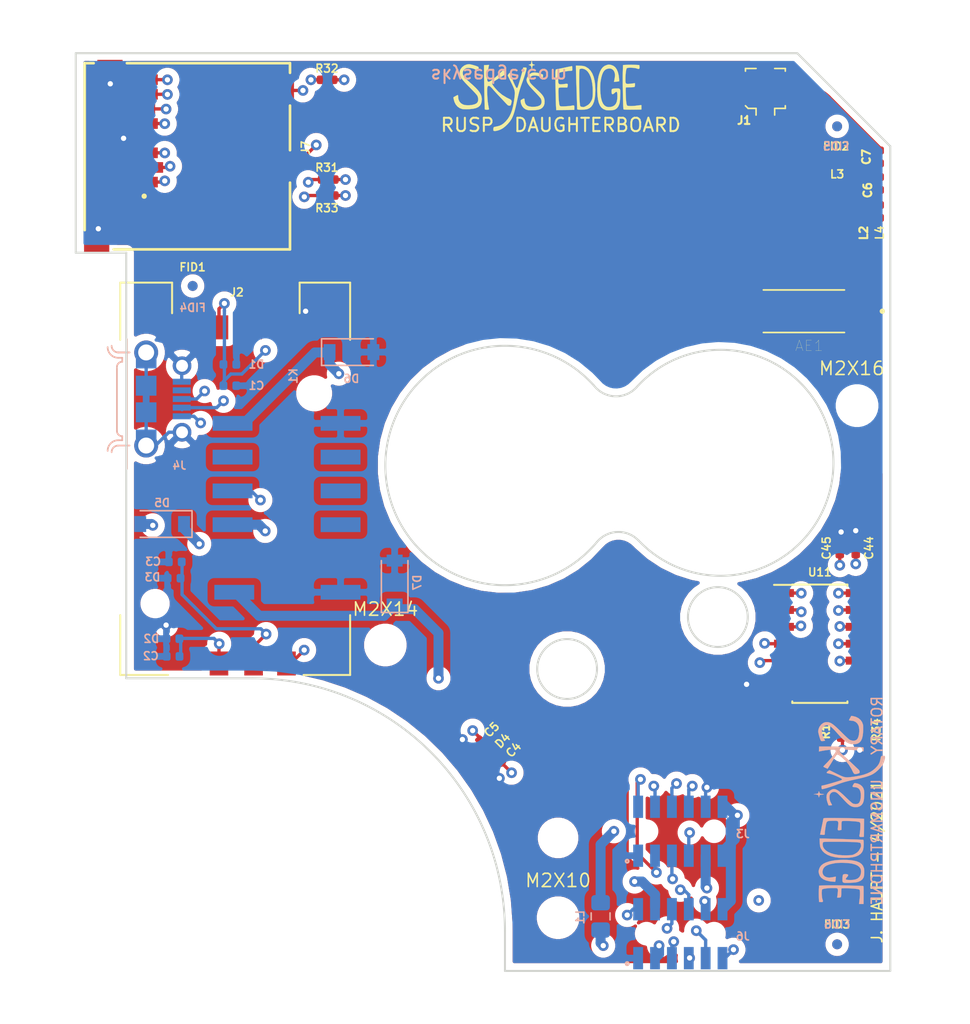
<source format=kicad_pcb>
(kicad_pcb (version 20171130) (host pcbnew 5.1.6+dfsg1-1~bpo10+1)
  (layers (0 1_GNDA.Cu signal) (1 2_3v3.Cu signal) (2 3_3V8.Cu signal) (31 4_GND.Cu signal) (34 B.Paste user) (35 F.Paste user) (36 B.SilkS user) (37 F.SilkS user) (38 B.Mask user) (39 F.Mask user hide) (44 Edge.Cuts user))
  (net 0 "")
  (net 1 GND)
  (net 2 "Net-(D5-Pad2)")
  (net 3 /MISO)
  (net 4 /MOSI)
  (net 5 +3V8)
  (net 6 +3V3)
  (net 7 "/SD CARD/SCK_3V3")
  (net 8 "/SD CARD/DO_3V3")
  (net 9 /SD_CD)
  (net 10 "/SD CARD/DI_3V3")
  (net 11 "/SD CARD/CS_3V3")
  (net 12 /SD_CS)
  (net 13 /SIM_IO)
  (net 14 /SIM_CLK)
  (net 15 /SIM_RST)
  (net 16 /VSIM)
  (net 17 /LL_OE)
  (net 18 "Net-(D5-Pad1)")
  (net 19 /CELL_USB_D+)
  (net 20 /CELL_USB_D-)
  (net 21 VBUS)
  (net 22 "Net-(J7-Pad1)")
  (net 23 "Net-(J7-Pad8)")
  (net 24 /POWSW4)
  (net 25 /RELAYOFF)
  (net 26 +BATT)
  (net 27 "Net-(AE1-Pad1)")
  (net 28 GNDA)
  (net 29 "Net-(C6-Pad2)")
  (net 30 /SCK)
  (net 31 "Net-(R1-Pad2)")
  (net 32 "Net-(C6-Pad1)")
  (net 33 "Net-(C7-Pad2)")
  (module Resistor_SMD:R_0402_1005Metric (layer 1_GNDA.Cu) (at 175.3 120 90)
    (fp_text reference R1 (at 0 -1.17 90) (layer F.SilkS) (effects (font (size 0.6 0.6))))
    (fp_text value 2k)
    (pad 2 smd roundrect (at 0.485 0 90) (size 0.59 0.64) (layers 1_GNDA.Cu F.Paste F.Mask) (net 31 "Net-(R1-Pad2)"))
    (pad 1 smd roundrect (at -0.485 0 90) (size 0.59 0.64) (layers 1_GNDA.Cu F.Paste F.Mask) (net 17 /LL_OE))
  )
  (module Inductor_SMD:L_0402_1005Metric (layer 1_GNDA.Cu) (at 177 80.915 270)
    (fp_text reference L2 (at 1.6 0 90) (layer F.SilkS) (effects (font (size 0.6 0.6))))
    (fp_text value 7.5nH)
    (pad 2 smd roundrect (at 0.485 0 270) (size 0.59 0.64) (layers 1_GNDA.Cu F.Paste F.Mask) (net 28 GNDA))
    (pad 1 smd roundrect (at -0.485 0 270) (size 0.59 0.64) (layers 1_GNDA.Cu F.Paste F.Mask) (net 32 "Net-(C6-Pad1)"))
  )
  (module Connector_Coaxial:U.FL_Molex_MCRF_73412-0110_Vertical (layer 1_GNDA.Cu) (at 169.6 71.65)
    (fp_text reference J1 (at -1.6 2.4) (layer F.SilkS) (effects (font (size 0.6 0.6))))
    (fp_text value Conn_Coaxial)
    (pad 1 smd rect (at 0 1.5) (size 1 1) (layers 1_GNDA.Cu F.Paste F.Mask) (net 28 GNDA))
    (pad 2 smd rect (at 0 -1.5) (size 1 1) (layers 1_GNDA.Cu F.Paste F.Mask) (net 33 "Net-(C7-Pad2)"))
    (pad 2 smd rect (at 1.475 0) (size 1.05 2.2) (layers 1_GNDA.Cu F.Paste F.Mask) (net 33 "Net-(C7-Pad2)"))
    (pad 2 smd rect (at -1.475 0) (size 1.05 2.2) (layers 1_GNDA.Cu F.Paste F.Mask) (net 33 "Net-(C7-Pad2)"))
  )
  (module Capacitor_SMD:C_0402_1005Metric (layer 1_GNDA.Cu) (at 178.2 76.8 90)
    (fp_text reference C7 (at 0 -1 90) (layer F.SilkS) (effects (font (size 0.6 0.6))))
    (fp_text value .5pF)
    (pad 2 smd roundrect (at 0.485 0 90) (size 0.59 0.64) (layers 1_GNDA.Cu F.Paste F.Mask) (net 33 "Net-(C7-Pad2)"))
    (pad 1 smd roundrect (at -0.485 0 90) (size 0.59 0.64) (layers 1_GNDA.Cu F.Paste F.Mask) (net 29 "Net-(C6-Pad2)"))
  )
  (module Capacitor_SMD:C_0402_1005Metric (layer 1_GNDA.Cu) (at 178.2 78.8 90)
    (fp_text reference C6 (at -0.5 -0.9 90) (layer F.SilkS) (effects (font (size 0.6 0.6))))
    (fp_text value 2.7pF)
    (pad 2 smd roundrect (at 0.485 0 90) (size 0.59 0.64) (layers 1_GNDA.Cu F.Paste F.Mask) (net 29 "Net-(C6-Pad2)"))
    (pad 1 smd roundrect (at -0.485 0 90) (size 0.59 0.64) (layers 1_GNDA.Cu F.Paste F.Mask) (net 32 "Net-(C6-Pad1)"))
  )
  (module MyFootprints:XCVR_NN02-232 (layer 1_GNDA.Cu) (at 172.5 88.4 180)
    (fp_text reference AE1 (at -0.4 -2.6) (layer F.SilkS) (effects (font (size 0.8 0.8) (thickness 0.015))))
    (fp_text value Antenna_Chip)
    (pad 2 smd rect (at 4.25 0 180) (size 1.7 3.2) (layers 1_GNDA.Cu F.Paste F.Mask) (net 28 GNDA))
    (pad 1 smd rect (at -4.25 0 180) (size 1.7 3.2) (layers 1_GNDA.Cu F.Paste F.Mask) (net 27 "Net-(AE1-Pad1)"))
  )
  (module MyFootprints:AMPHENOL_MicroUSB_10118194-0001LF (layer 4_GND.Cu) (at 123 95 90)
    (fp_text reference J4 (at -5 2.5) (layer B.SilkS) (effects (font (size 0.6 0.6) (thickness 0.12)) (justify mirror)))
    (fp_text value USB_B_Micro hide)
    (pad 1 smd rect (at -1.3 2.675 270) (size 0.45 1.35) (layers 4_GND.Cu B.Paste B.Mask) (net 2 "Net-(D5-Pad2)"))
    (pad 2 smd rect (at -0.65 2.675 270) (size 0.45 1.35) (layers 4_GND.Cu B.Paste B.Mask) (net 19 /CELL_USB_D+))
    (pad 3 smd rect (at 0 2.675 270) (size 0.45 1.35) (layers 4_GND.Cu B.Paste B.Mask) (net 20 /CELL_USB_D-))
    (pad 4 smd rect (at 0.65 2.675 270) (size 0.45 1.35) (layers 4_GND.Cu B.Paste B.Mask))
    (pad 5 smd rect (at 1.3 2.675 270) (size 0.45 1.35) (layers 4_GND.Cu B.Paste B.Mask) (net 1 GND))
    (pad 6 thru_hole circle (at -2.5 2.7 90) (size 1.408 1.408) (drill 0.9) (layers *.Cu *.Mask) (net 1 GND))
    (pad 6 thru_hole circle (at 2.5 2.7 90) (size 1.408 1.408) (drill 0.9) (layers *.Cu *.Mask) (net 1 GND))
    (pad 6 thru_hole circle (at -3.5 0 90) (size 1.8 1.8) (drill 1.2) (layers *.Cu *.Mask) (net 1 GND))
    (pad 6 thru_hole circle (at 3.5 0 90) (size 1.8 1.8) (drill 1.2) (layers *.Cu *.Mask) (net 1 GND))
    (pad 6 smd rect (at -1 0 90) (size 1.5 1.55) (layers 4_GND.Cu B.Paste B.Mask) (net 1 GND))
    (pad 6 smd rect (at 1 0 90) (size 1.5 1.55) (layers 4_GND.Cu B.Paste B.Mask) (net 1 GND))
    (pad 6 smd rect (at -3.05 0 90) (size 1.5 1.55) (layers 4_GND.Cu B.Paste B.Mask) (net 1 GND))
    (pad 6 smd rect (at 3.05 0 90) (size 1.5 1.55) (layers 4_GND.Cu B.Paste B.Mask) (net 1 GND))
  )
  (module Resistor_SMD:R_0402_1005Metric (layer 4_GND.Cu) (at 129.3 94)
    (fp_text reference C1 (at 2 0) (layer B.SilkS) (effects (font (size 0.6 0.6) (thickness 0.12)) (justify mirror)))
    (fp_text value 47pF/50V)
    (pad 2 smd roundrect (at 0.485 0) (size 0.59 0.64) (layers 4_GND.Cu B.Paste B.Mask) (net 1 GND))
    (pad 1 smd roundrect (at -0.485 0) (size 0.59 0.64) (layers 4_GND.Cu B.Paste B.Mask) (net 13 /SIM_IO))
  )
  (module Resistor_SMD:R_0402_1005Metric (layer 4_GND.Cu) (at 125.025 114.35 180)
    (fp_text reference C2 (at 1.675 0.025) (layer B.SilkS) (effects (font (size 0.6 0.6) (thickness 0.12)) (justify mirror)))
    (fp_text value 47pF/50V)
    (pad 2 smd roundrect (at 0.485 0 180) (size 0.59 0.64) (layers 4_GND.Cu B.Paste B.Mask) (net 1 GND))
    (pad 1 smd roundrect (at -0.485 0 180) (size 0.59 0.64) (layers 4_GND.Cu B.Paste B.Mask) (net 14 /SIM_CLK))
  )
  (module Resistor_SMD:R_0402_1005Metric (layer 4_GND.Cu) (at 125.19 107.25 180)
    (fp_text reference C3 (at 1.665 0.025) (layer B.SilkS) (effects (font (size 0.6 0.6) (thickness 0.12)) (justify mirror)))
    (fp_text value 47pF/50V)
    (pad 1 smd roundrect (at -0.485 0 180) (size 0.59 0.64) (layers 4_GND.Cu B.Paste B.Mask) (net 15 /SIM_RST))
    (pad 2 smd roundrect (at 0.485 0 180) (size 0.59 0.64) (layers 4_GND.Cu B.Paste B.Mask) (net 1 GND))
  )
  (module Resistor_SMD:R_0402_1005Metric (layer 1_GNDA.Cu) (at 149.38 122.63 225)
    (fp_text reference C4 (at -1.781909 -0.014142 45) (layer F.SilkS) (effects (font (size 0.6 0.6) (thickness 0.12))))
    (fp_text value 47pF/50V)
    (pad 2 smd roundrect (at 0.485 0 225) (size 0.59 0.64) (layers 1_GNDA.Cu F.Paste F.Mask) (net 1 GND))
    (pad 1 smd roundrect (at -0.485 0 225) (size 0.59 0.64) (layers 1_GNDA.Cu F.Paste F.Mask) (net 16 /VSIM))
  )
  (module Resistor_SMD:R_0402_1005Metric (layer 1_GNDA.Cu) (at 147.78 121 225)
    (fp_text reference C5 (at -1.668772 -0.070711 45) (layer F.SilkS) (effects (font (size 0.6 0.6) (thickness 0.12))))
    (fp_text value 100nF/16V)
    (pad 1 smd roundrect (at -0.485 0 225) (size 0.59 0.64) (layers 1_GNDA.Cu F.Paste F.Mask) (net 16 /VSIM))
    (pad 2 smd roundrect (at 0.485 0 225) (size 0.59 0.64) (layers 1_GNDA.Cu F.Paste F.Mask) (net 1 GND))
  )
  (module Capacitor_SMD:C_0402_1005Metric (layer 1_GNDA.Cu) (at 176.4 106.2 90)
    (fp_text reference C44 (at 0 1 90) (layer F.SilkS) (effects (font (size 0.6 0.6) (thickness 0.12))))
    (fp_text value .1uF)
    (pad 2 smd roundrect (at 0.485 0 90) (size 0.59 0.64) (layers 1_GNDA.Cu F.Paste F.Mask) (net 1 GND))
    (pad 1 smd roundrect (at -0.485 0 90) (size 0.59 0.64) (layers 1_GNDA.Cu F.Paste F.Mask) (net 5 +3V8))
  )
  (module Capacitor_SMD:C_0402_1005Metric (layer 1_GNDA.Cu) (at 175.2 106.2 90)
    (fp_text reference C45 (at 0 -1 90) (layer F.SilkS) (effects (font (size 0.6 0.6) (thickness 0.12))))
    (fp_text value .1uF)
    (pad 1 smd roundrect (at -0.485 0 90) (size 0.59 0.64) (layers 1_GNDA.Cu F.Paste F.Mask) (net 6 +3V3))
    (pad 2 smd roundrect (at 0.485 0 90) (size 0.59 0.64) (layers 1_GNDA.Cu F.Paste F.Mask) (net 1 GND))
  )
  (module Resistor_SMD:R_0402_1005Metric (layer 4_GND.Cu) (at 129.3 92.4)
    (fp_text reference D1 (at 2 0) (layer B.SilkS) (effects (font (size 0.6 0.6) (thickness 0.12)) (justify mirror)))
    (fp_text value D_TVS)
    (pad 2 smd roundrect (at 0.485 0) (size 0.59 0.64) (layers 4_GND.Cu B.Paste B.Mask) (net 1 GND))
    (pad 1 smd roundrect (at -0.485 0) (size 0.59 0.64) (layers 4_GND.Cu B.Paste B.Mask) (net 13 /SIM_IO))
  )
  (module Resistor_SMD:R_0402_1005Metric (layer 4_GND.Cu) (at 125.015 113.025 180)
    (fp_text reference D2 (at 1.625 0) (layer B.SilkS) (effects (font (size 0.6 0.6) (thickness 0.12)) (justify mirror)))
    (fp_text value D_TVS)
    (pad 1 smd roundrect (at -0.485 0 180) (size 0.59 0.64) (layers 4_GND.Cu B.Paste B.Mask) (net 14 /SIM_CLK))
    (pad 2 smd roundrect (at 0.485 0 180) (size 0.59 0.64) (layers 4_GND.Cu B.Paste B.Mask) (net 1 GND))
  )
  (module Resistor_SMD:R_0402_1005Metric (layer 4_GND.Cu) (at 125.1 108.475 180)
    (fp_text reference D3 (at 1.625 0.075) (layer B.SilkS) (effects (font (size 0.6 0.6) (thickness 0.12)) (justify mirror)))
    (fp_text value D_TVS)
    (pad 2 smd roundrect (at 0.485 0 180) (size 0.59 0.64) (layers 4_GND.Cu B.Paste B.Mask) (net 1 GND))
    (pad 1 smd roundrect (at -0.485 0 180) (size 0.59 0.64) (layers 4_GND.Cu B.Paste B.Mask) (net 15 /SIM_RST))
  )
  (module Resistor_SMD:R_0402_1005Metric (layer 1_GNDA.Cu) (at 148.59 121.81 225)
    (fp_text reference D4 (at -1.668772 -0.084853 45) (layer F.SilkS) (effects (font (size 0.6 0.6) (thickness 0.12))))
    (fp_text value D_TVS)
    (pad 1 smd roundrect (at -0.485 0 225) (size 0.59 0.64) (layers 1_GNDA.Cu F.Paste F.Mask) (net 16 /VSIM))
    (pad 2 smd roundrect (at 0.485 0 225) (size 0.59 0.64) (layers 1_GNDA.Cu F.Paste F.Mask) (net 1 GND))
  )
  (module Diode_SMD:D_SOD-123 (layer 4_GND.Cu) (at 124.2 104.4 180)
    (fp_text reference D5 (at 0 1.59) (layer B.SilkS) (effects (font (size 0.6 0.6) (thickness 0.12)) (justify mirror)))
    (fp_text value D_Schottky hide)
    (pad 1 smd rect (at -1.65 0 180) (size 0.9 1.2) (layers 4_GND.Cu B.Paste B.Mask) (net 18 "Net-(D5-Pad1)"))
    (pad 2 smd rect (at 1.65 0 180) (size 0.9 1.2) (layers 4_GND.Cu B.Paste B.Mask) (net 2 "Net-(D5-Pad2)"))
  )
  (module Fiducial:Fiducial_0.75mm_Dia_1.5mm_Outer (layer 1_GNDA.Cu) (at 126.5 86.5)
    (fp_text reference FID1 (at -0.008 -1.41) (layer F.SilkS) (effects (font (size 0.6 0.6) (thickness 0.12))))
    (fp_text value Fiducial)
    (pad "" smd circle (at 0 0) (size 0.75 0.75) (layers 1_GNDA.Cu F.Mask) (clearance 0.375))
  )
  (module Fiducial:Fiducial_0.75mm_Dia_1.5mm_Outer (layer 1_GNDA.Cu) (at 175 74.5)
    (fp_text reference FID2 (at -0.074 1.5) (layer F.SilkS) (effects (font (size 0.6 0.6) (thickness 0.12))))
    (fp_text value Fiducial)
    (pad "" smd circle (at 0 0) (size 0.75 0.75) (layers 1_GNDA.Cu F.Mask) (clearance 0.375))
  )
  (module Fiducial:Fiducial_0.75mm_Dia_1.5mm_Outer (layer 1_GNDA.Cu) (at 175 136)
    (fp_text reference FID3 (at 0 -1.5) (layer F.SilkS) (effects (font (size 0.6 0.6) (thickness 0.12))))
    (fp_text value Fiducial)
    (pad "" smd circle (at 0 0) (size 0.75 0.75) (layers 1_GNDA.Cu F.Mask) (clearance 0.375))
  )
  (module Fiducial:Fiducial_0.75mm_Dia_1.5mm_Outer (layer 4_GND.Cu) (at 126.5 86.5)
    (fp_text reference FID4 (at 0 1.638) (layer B.SilkS) (effects (font (size 0.6 0.6) (thickness 0.12)) (justify mirror)))
    (fp_text value Fiducial)
    (pad "" smd circle (at 0 0) (size 0.75 0.75) (layers 4_GND.Cu B.Mask) (clearance 0.375))
  )
  (module Fiducial:Fiducial_0.75mm_Dia_1.5mm_Outer (layer 4_GND.Cu) (at 175 74.5)
    (fp_text reference FID5 (at -0.074 1.5) (layer B.SilkS) (effects (font (size 0.6 0.6) (thickness 0.12)) (justify mirror)))
    (fp_text value Fiducial)
    (pad "" smd circle (at 0 0) (size 0.75 0.75) (layers 4_GND.Cu B.Mask) (clearance 0.375))
  )
  (module Fiducial:Fiducial_0.75mm_Dia_1.5mm_Outer (layer 4_GND.Cu) (at 175 136)
    (fp_text reference FID6 (at 0 -1.5) (layer B.SilkS) (effects (font (size 0.6 0.6) (thickness 0.12)) (justify mirror)))
    (fp_text value Fiducial)
    (pad "" smd circle (at 0 0) (size 0.75 0.75) (layers 4_GND.Cu B.Mask) (clearance 0.375))
  )
  (module MyFootprints:SIMHolder_Amph7111S2015X02LF (layer 1_GNDA.Cu) (at 129.75 102.25 180)
    (fp_text reference J2 (at -0.075 15.275) (layer F.SilkS) (effects (font (size 0.6 0.6) (thickness 0.12))))
    (fp_text value SIM hide)
    (pad 1 smd rect (at -3.81 -12.6365 180) (size 1.4 1.8) (layers 1_GNDA.Cu F.Paste F.Mask) (net 16 /VSIM))
    (pad 2 smd rect (at -1.3335 -12.6365 180) (size 1.4 1.8) (layers 1_GNDA.Cu F.Paste F.Mask) (net 15 /SIM_RST))
    (pad 3 smd rect (at 1.27 -12.6365 180) (size 1.4 1.8) (layers 1_GNDA.Cu F.Paste F.Mask) (net 14 /SIM_CLK))
    (pad 5 smd rect (at -3.81 12.6365 180) (size 1.4 1.8) (layers 1_GNDA.Cu F.Paste F.Mask) (net 1 GND))
    (pad 6 smd rect (at -1.27 12.6365 180) (size 1.4 1.8) (layers 1_GNDA.Cu F.Paste F.Mask))
    (pad 7 smd rect (at 1.27 12.6365 180) (size 1.4 1.8) (layers 1_GNDA.Cu F.Paste F.Mask) (net 13 /SIM_IO))
    (pad "" np_thru_hole circle (at -5.895 7.675 180) (size 1.7 1.7) (drill 1.7) (layers *.Cu *.Mask))
    (pad "" np_thru_hole circle (at 6.08 -8.13 180) (size 1.2 1.2) (drill 1.2) (layers *.Cu *.Mask))
  )
  (module MyFootprints:Samtec_2x6HeaderSocket_FLE-106-01-G-DV (layer 4_GND.Cu) (at 163.2 127.5)
    (fp_text reference J3 (at 4.7 0.2) (layer B.SilkS) (effects (font (size 0.6 0.6) (thickness 0.12)) (justify mirror)))
    (fp_text value Conn_01x12 hide)
    (pad 12 smd rect (at 3.175 -1.84) (size 0.74 1.675) (layers 4_GND.Cu B.Paste B.Mask) (net 26 +BATT))
    (pad 11 smd rect (at 3.175 1.84) (size 0.74 1.675) (layers 4_GND.Cu B.Paste B.Mask) (net 26 +BATT))
    (pad 10 smd rect (at 1.905 -1.84) (size 0.74 1.675) (layers 4_GND.Cu B.Paste B.Mask) (net 1 GND))
    (pad 9 smd rect (at 1.905 1.84) (size 0.74 1.675) (layers 4_GND.Cu B.Paste B.Mask) (net 24 /POWSW4))
    (pad 8 smd rect (at 0.635 -1.84) (size 0.74 1.675) (layers 4_GND.Cu B.Paste B.Mask) (net 12 /SD_CS))
    (pad 7 smd rect (at 0.635 1.84) (size 0.74 1.675) (layers 4_GND.Cu B.Paste B.Mask) (net 9 /SD_CD))
    (pad 6 smd rect (at -0.635 -1.84) (size 0.74 1.675) (layers 4_GND.Cu B.Paste B.Mask) (net 30 /SCK))
    (pad 5 smd rect (at -0.635 1.84) (size 0.74 1.675) (layers 4_GND.Cu B.Paste B.Mask) (net 3 /MISO))
    (pad 4 smd rect (at -1.905 -1.84) (size 0.74 1.675) (layers 4_GND.Cu B.Paste B.Mask) (net 4 /MOSI))
    (pad 3 smd rect (at -1.905 1.84) (size 0.74 1.675) (layers 4_GND.Cu B.Paste B.Mask) (net 5 +3V8))
    (pad "" np_thru_hole circle (at -2.54 0) (size 0.76 0.76) (drill 0.76) (layers *.Cu *.Mask))
    (pad "" np_thru_hole circle (at 2.54 0) (size 0.76 0.76) (drill 0.76) (layers *.Cu *.Mask))
    (pad 1 smd rect (at -3.175 1.84) (size 0.74 1.675) (layers 4_GND.Cu B.Paste B.Mask) (net 1 GND))
    (pad 2 smd rect (at -3.175 -1.84) (size 0.74 1.675) (layers 4_GND.Cu B.Paste B.Mask) (net 5 +3V8))
  )
  (module MyFootprints:Samtec_2x6HeaderSocket_FLE-106-01-G-DV (layer 4_GND.Cu) (at 163.2 135.2)
    (fp_text reference J6 (at 4.7 0.2) (layer B.SilkS) (effects (font (size 0.6 0.6) (thickness 0.12)) (justify mirror)))
    (fp_text value Conn_01x12 hide)
    (pad 2 smd rect (at -3.175 -1.84) (size 0.74 1.675) (layers 4_GND.Cu B.Paste B.Mask) (net 6 +3V3))
    (pad 1 smd rect (at -3.175 1.84) (size 0.74 1.675) (layers 4_GND.Cu B.Paste B.Mask) (net 1 GND))
    (pad "" np_thru_hole circle (at 2.54 0) (size 0.76 0.76) (drill 0.76) (layers *.Cu *.Mask))
    (pad "" np_thru_hole circle (at -2.54 0) (size 0.76 0.76) (drill 0.76) (layers *.Cu *.Mask))
    (pad 3 smd rect (at -1.905 1.84) (size 0.74 1.675) (layers 4_GND.Cu B.Paste B.Mask) (net 21 VBUS))
    (pad 4 smd rect (at -1.905 -1.84) (size 0.74 1.675) (layers 4_GND.Cu B.Paste B.Mask) (net 25 /RELAYOFF))
    (pad 5 smd rect (at -0.635 1.84) (size 0.74 1.675) (layers 4_GND.Cu B.Paste B.Mask) (net 17 /LL_OE))
    (pad 6 smd rect (at -0.635 -1.84) (size 0.74 1.675) (layers 4_GND.Cu B.Paste B.Mask) (net 16 /VSIM))
    (pad 7 smd rect (at 0.635 1.84) (size 0.74 1.675) (layers 4_GND.Cu B.Paste B.Mask) (net 15 /SIM_RST))
    (pad 8 smd rect (at 0.635 -1.84) (size 0.74 1.675) (layers 4_GND.Cu B.Paste B.Mask) (net 14 /SIM_CLK))
    (pad 9 smd rect (at 1.905 1.84) (size 0.74 1.675) (layers 4_GND.Cu B.Paste B.Mask) (net 13 /SIM_IO))
    (pad 10 smd rect (at 1.905 -1.84) (size 0.74 1.675) (layers 4_GND.Cu B.Paste B.Mask) (net 19 /CELL_USB_D+))
    (pad 11 smd rect (at 3.175 1.84) (size 0.74 1.675) (layers 4_GND.Cu B.Paste B.Mask) (net 20 /CELL_USB_D-))
    (pad 12 smd rect (at 3.175 -1.84) (size 0.74 1.675) (layers 4_GND.Cu B.Paste B.Mask) (net 26 +BATT))
  )
  (module digikey-footprints:MicroSDSocket_GCT_MEM2061-01-188-00-A (layer 1_GNDA.Cu) (at 126.1 76.75 270)
    (fp_text reference J7 (at -0.65 -8.9 90) (layer F.SilkS) (effects (font (size 0.6 0.6) (thickness 0.12))))
    (fp_text value Micro_SD_Card_Det)
    (pad 1 smd rect (at 1.94 3.225 270) (size 0.8 2) (layers 1_GNDA.Cu F.Paste F.Mask) (net 22 "Net-(J7-Pad1)"))
    (pad 2 smd rect (at 0.84 2.825 270) (size 0.8 2) (layers 1_GNDA.Cu F.Paste F.Mask) (net 11 "/SD CARD/CS_3V3"))
    (pad 3 smd rect (at -0.26 3.225 270) (size 0.8 2) (layers 1_GNDA.Cu F.Paste F.Mask) (net 10 "/SD CARD/DI_3V3"))
    (pad 4 smd rect (at -1.36 3.425 270) (size 0.8 2) (layers 1_GNDA.Cu F.Paste F.Mask) (net 1 GND))
    (pad 5 smd rect (at -2.46 3.225 270) (size 0.8 2) (layers 1_GNDA.Cu F.Paste F.Mask) (net 7 "/SD CARD/SCK_3V3"))
    (pad 6 smd rect (at -3.56 3.425 270) (size 0.8 2) (layers 1_GNDA.Cu F.Paste F.Mask) (net 6 +3V3))
    (pad 7 smd rect (at -4.66 3.225 270) (size 0.8 2) (layers 1_GNDA.Cu F.Paste F.Mask) (net 8 "/SD CARD/DO_3V3"))
    (pad 8 smd rect (at -5.76 3.225 270) (size 0.8 2) (layers 1_GNDA.Cu F.Paste F.Mask) (net 23 "Net-(J7-Pad8)"))
    (pad 9 smd rect (at -4.95 -7.325 270) (size 1.8 1.4) (layers 1_GNDA.Cu F.Paste F.Mask) (net 5 +3V8))
    (pad 10 smd rect (at 0.75 -7.325 270) (size 1.8 1.4) (layers 1_GNDA.Cu F.Paste F.Mask) (net 9 /SD_CD))
    (pad 11 smd rect (at -6.55 5.825 270) (size 1.4 1.9) (layers 1_GNDA.Cu F.Paste F.Mask) (net 1 GND))
    (pad 11 smd rect (at 6.6 6.825 270) (size 1.4 1.9) (layers 1_GNDA.Cu F.Paste F.Mask) (net 1 GND))
  )
  (module Resistor_SMD:R_0805_2012Metric_Pad1.15x1.40mm_HandSolder (layer 4_GND.Cu) (at 157.2 133.9 90)
    (fp_text reference L1 (at -0.065 -1.535 270) (layer B.SilkS) (effects (font (size 0.6 0.6) (thickness 0.12)) (justify mirror)))
    (fp_text value Ferrite_Bead)
    (pad 1 smd roundrect (at -1.025 0 90) (size 1.15 1.4) (layers 4_GND.Cu B.Paste B.Mask) (roundrect_rratio 0.217391) (net 21 VBUS))
    (pad 2 smd roundrect (at 1.025 0 90) (size 1.15 1.4) (layers 4_GND.Cu B.Paste B.Mask) (roundrect_rratio 0.217391) (net 18 "Net-(D5-Pad1)"))
  )
  (module MountingHole:MountingHole_2.2mm_M2 (layer 1_GNDA.Cu) (at 141 113.5)
    (fp_text reference MH1 hide)
    (fp_text value MountingHole)
    (pad 1 np_thru_hole circle (at 0 0) (size 2.2 2.2) (drill 2.2) (layers *.Cu *.Mask))
  )
  (module MountingHole:MountingHole_2.2mm_M2 (layer 1_GNDA.Cu) (at 154 134)
    (fp_text reference MH2 hide)
    (fp_text value MountingHole)
    (pad 1 np_thru_hole circle (at 0 0) (size 2.2 2.2) (drill 2.2) (layers *.Cu *.Mask))
  )
  (module MountingHole:MountingHole_2.2mm_M2 (layer 1_GNDA.Cu) (at 176.5 95.5)
    (fp_text reference MH4 hide)
    (fp_text value MountingHole)
    (pad 1 np_thru_hole circle (at 0 0) (size 2.2 2.2) (drill 2.2) (layers *.Cu *.Mask))
  )
  (module Resistor_SMD:R_0402_1005Metric (layer 1_GNDA.Cu) (at 136.7 78.5 180)
    (fp_text reference R31 (at 0.1 0.9) (layer F.SilkS) (effects (font (size 0.6 0.6) (thickness 0.12))))
    (fp_text value 100k)
    (pad 1 smd roundrect (at -0.485 0 180) (size 0.59 0.64) (layers 1_GNDA.Cu F.Paste F.Mask) (net 6 +3V3))
    (pad 2 smd roundrect (at 0.485 0 180) (size 0.59 0.64) (layers 1_GNDA.Cu F.Paste F.Mask) (net 11 "/SD CARD/CS_3V3"))
  )
  (module Resistor_SMD:R_0402_1005Metric (layer 1_GNDA.Cu) (at 136.615 71 180)
    (fp_text reference R32 (at 0.015 0.85) (layer F.SilkS) (effects (font (size 0.6 0.6) (thickness 0.12))))
    (fp_text value 100k)
    (pad 2 smd roundrect (at 0.485 0 180) (size 0.59 0.64) (layers 1_GNDA.Cu F.Paste F.Mask) (net 23 "Net-(J7-Pad8)"))
    (pad 1 smd roundrect (at -0.485 0 180) (size 0.59 0.64) (layers 1_GNDA.Cu F.Paste F.Mask) (net 6 +3V3))
  )
  (module Resistor_SMD:R_0402_1005Metric (layer 1_GNDA.Cu) (at 136.7 79.7 180)
    (fp_text reference R33 (at 0.1 -0.95) (layer F.SilkS) (effects (font (size 0.6 0.6) (thickness 0.12))))
    (fp_text value 100k)
    (pad 1 smd roundrect (at -0.485 0 180) (size 0.59 0.64) (layers 1_GNDA.Cu F.Paste F.Mask) (net 6 +3V3))
    (pad 2 smd roundrect (at 0.485 0 180) (size 0.59 0.64) (layers 1_GNDA.Cu F.Paste F.Mask) (net 22 "Net-(J7-Pad1)"))
  )
  (module Resistor_SMD:R_0402_1005Metric (layer 1_GNDA.Cu) (at 176.7 120 270)
    (fp_text reference R34 (at -0.125 -1.25 90) (layer F.SilkS) (effects (font (size 0.6 0.6) (thickness 0.12))))
    (fp_text value 10k)
    (pad 1 smd roundrect (at -0.485 0 270) (size 0.59 0.64) (layers 1_GNDA.Cu F.Paste F.Mask) (net 31 "Net-(R1-Pad2)"))
    (pad 2 smd roundrect (at 0.485 0 270) (size 0.59 0.64) (layers 1_GNDA.Cu F.Paste F.Mask) (net 1 GND))
  )
  (module Package_SO:SOIC-14_3.9x8.7mm_P1.27mm (layer 1_GNDA.Cu) (at 173.7 113.4)
    (fp_text reference U11 (at 0 -5.375) (layer F.SilkS) (effects (font (size 0.6 0.6) (thickness 0.12))))
    (fp_text value TXB0104D)
    (pad 1 smd rect (at -2.7 -3.81) (size 1.5 0.6) (layers 1_GNDA.Cu F.Paste F.Mask) (net 6 +3V3))
    (pad 2 smd rect (at -2.7 -2.54) (size 1.5 0.6) (layers 1_GNDA.Cu F.Paste F.Mask) (net 11 "/SD CARD/CS_3V3"))
    (pad 3 smd rect (at -2.7 -1.27) (size 1.5 0.6) (layers 1_GNDA.Cu F.Paste F.Mask) (net 10 "/SD CARD/DI_3V3"))
    (pad 4 smd rect (at -2.7 0) (size 1.5 0.6) (layers 1_GNDA.Cu F.Paste F.Mask) (net 7 "/SD CARD/SCK_3V3"))
    (pad 5 smd rect (at -2.7 1.27) (size 1.5 0.6) (layers 1_GNDA.Cu F.Paste F.Mask) (net 8 "/SD CARD/DO_3V3"))
    (pad 6 smd rect (at -2.7 2.54) (size 1.5 0.6) (layers 1_GNDA.Cu F.Paste F.Mask))
    (pad 7 smd rect (at -2.7 3.81) (size 1.5 0.6) (layers 1_GNDA.Cu F.Paste F.Mask) (net 1 GND))
    (pad 8 smd rect (at 2.7 3.81) (size 1.5 0.6) (layers 1_GNDA.Cu F.Paste F.Mask) (net 31 "Net-(R1-Pad2)"))
    (pad 9 smd rect (at 2.7 2.54) (size 1.5 0.6) (layers 1_GNDA.Cu F.Paste F.Mask))
    (pad 10 smd rect (at 2.7 1.27) (size 1.5 0.6) (layers 1_GNDA.Cu F.Paste F.Mask) (net 3 /MISO))
    (pad 11 smd rect (at 2.7 0) (size 1.5 0.6) (layers 1_GNDA.Cu F.Paste F.Mask) (net 30 /SCK))
    (pad 12 smd rect (at 2.7 -1.27) (size 1.5 0.6) (layers 1_GNDA.Cu F.Paste F.Mask) (net 4 /MOSI))
    (pad 13 smd rect (at 2.7 -2.54) (size 1.5 0.6) (layers 1_GNDA.Cu F.Paste F.Mask) (net 12 /SD_CS))
    (pad 14 smd rect (at 2.7 -3.81) (size 1.5 0.6) (layers 1_GNDA.Cu F.Paste F.Mask) (net 5 +3V8))
  )
  (module Diode_SMD:D_SOD-123 (layer 4_GND.Cu) (at 138.45 91.475)
    (fp_text reference D6 (at 0 2) (layer B.SilkS) (effects (font (size 0.6 0.6) (thickness 0.12)) (justify mirror)))
    (fp_text value 1N4148)
    (pad 2 smd rect (at 1.65 0) (size 0.9 1.2) (layers 4_GND.Cu B.Paste B.Mask) (net 1 GND))
    (pad 1 smd rect (at -1.65 0) (size 0.9 1.2) (layers 4_GND.Cu B.Paste B.Mask) (net 24 /POWSW4))
  )
  (module Diode_SMD:D_SOD-123 (layer 4_GND.Cu) (at 141.7 108.8 90)
    (fp_text reference D7 (at 0 1.698 90) (layer B.SilkS) (effects (font (size 0.6 0.6) (thickness 0.12)) (justify mirror)))
    (fp_text value 1N4148)
    (pad 1 smd rect (at -1.65 0 90) (size 0.9 1.2) (layers 4_GND.Cu B.Paste B.Mask) (net 25 /RELAYOFF))
    (pad 2 smd rect (at 1.65 0 90) (size 0.9 1.2) (layers 4_GND.Cu B.Paste B.Mask) (net 1 GND))
  )
  (module MyFootprints:Relay_Kemet_EE2-3TNU (layer 4_GND.Cu) (at 130.13 109.53 90)
    (fp_text reference K1 (at 16.256 3.944 270) (layer B.SilkS) (effects (font (size 0.6 0.6) (thickness 0.12)) (justify mirror)))
    (fp_text value "EE2-3TNU " hide)
    (pad 1 smd rect (at 0 -0.5 90) (size 1.11 3) (layers 4_GND.Cu B.Paste B.Mask) (net 25 /RELAYOFF))
    (pad 3 smd rect (at 5.08 -0.628 90) (size 1.11 3) (layers 4_GND.Cu B.Paste B.Mask) (net 26 +BATT))
    (pad 4 smd rect (at 7.62 -0.628 90) (size 1.11 3) (layers 4_GND.Cu B.Paste B.Mask) (net 5 +3V8))
    (pad 5 smd rect (at 10.16 -0.628 90) (size 1.11 3) (layers 4_GND.Cu B.Paste B.Mask))
    (pad 6 smd rect (at 12.7 -0.628 90) (size 1.11 3) (layers 4_GND.Cu B.Paste B.Mask) (net 24 /POWSW4))
    (pad 7 smd rect (at 12.7 7.5 90) (size 1.11 3) (layers 4_GND.Cu B.Paste B.Mask) (net 1 GND))
    (pad 8 smd rect (at 10.16 7.5 90) (size 1.11 3) (layers 4_GND.Cu B.Paste B.Mask))
    (pad 9 smd rect (at 7.62 7.5 90) (size 1.11 3) (layers 4_GND.Cu B.Paste B.Mask))
    (pad 10 smd rect (at 5.08 7.5 90) (size 1.11 3) (layers 4_GND.Cu B.Paste B.Mask))
    (pad 12 smd rect (at 0 7.5 90) (size 1.11 3) (layers 4_GND.Cu B.Paste B.Mask) (net 1 GND))
  )
  (module MyFootprints:SkysEdge_18mm (layer 4_GND.Cu) (at 175.15 126 270)
    (fp_text reference LOGO1 hide)
    (fp_text value Logo1 hide)
  )
  (module MyFootprints:SkysEdge_18mm (layer 1_GNDA.Cu) (at 153.3 71.4)
    (fp_text reference LOGO2 hide)
    (fp_text value Logo2 hide)
  )
  (module MyFootprints:MountingHole_2mm (layer 1_GNDA.Cu) (at 154 128)
    (fp_text reference MH3 hide)
    (fp_text value MountingHole)
    (pad "" np_thru_hole circle (at 0 0) (size 2.05 2.05) (drill 2.05) (layers *.Mask 4_GND.Cu))
  )
  (module Inductor_SMD:L_0402_1005Metric (layer 1_GNDA.Cu) (at 176.6 78.1 180)
    (fp_text reference L3 (at 1.6 0) (layer F.SilkS) (effects (font (size 0.6 0.6) (thickness 0.12))))
    (fp_text value 7.5nH)
    (pad 2 smd roundrect (at 0.485 0 180) (size 0.59 0.64) (layers 1_GNDA.Cu F.Paste F.Mask) (net 28 GNDA))
    (pad 1 smd roundrect (at -0.485 0 180) (size 0.59 0.64) (layers 1_GNDA.Cu F.Paste F.Mask) (net 29 "Net-(C6-Pad2)"))
  )
  (module Inductor_SMD:L_0402_1005Metric (layer 1_GNDA.Cu) (at 178.2 80.9 90)
    (fp_text reference L4 (at -1.6 0 90) (layer F.SilkS) (effects (font (size 0.6 0.6) (thickness 0.12))))
    (fp_text value 7.5nH)
    (pad 1 smd roundrect (at -0.485 0 90) (size 0.59 0.64) (layers 1_GNDA.Cu F.Paste F.Mask) (net 27 "Net-(AE1-Pad1)"))
    (pad 2 smd roundrect (at 0.485 0 90) (size 0.59 0.64) (layers 1_GNDA.Cu F.Paste F.Mask) (net 32 "Net-(C6-Pad1)"))
  )
  (gr_text M2X10 (at 154 131.2) (layer F.SilkS) (effects (font (size 1 1) (thickness 0.12))))
  (gr_text M2X14 (at 141 110.8) (layer F.SilkS) (effects (font (size 1 1) (thickness 0.12))))
  (gr_text M2X16 (at 176.1 92.7) (layer F.SilkS) (effects (font (size 1 1) (thickness 0.12))))
  (gr_text "ROTARY   UNSMARTPHONE" (at 178 125.2 90) (layer B.SilkS) (effects (font (size 0.8 0.8) (thickness 0.12)) (justify mirror)))
  (gr_arc (start 158.54 107.1) (end 160.06588 105.651267) (angle -96.77401503) (layer Edge.Cuts) (width 0.15))
  (gr_arc (start 166.227 99.796) (end 159.926065 94.096483) (angle 274.3270851) (layer Edge.Cuts) (width 0.15))
  (gr_arc (start 158.357 92.694) (end 156.695 93.985) (angle -100.3694241) (layer Edge.Cuts) (width 0.15))
  (gr_arc (start 150 100) (end 156.695 93.985) (angle -278.3164365) (layer Edge.Cuts) (width 0.15))
  (gr_text "J. HAUPT - 4/2021" (at 178 129.8 90) (layer F.SilkS) (effects (font (size 0.8 0.8) (thickness 0.12))))
  (gr_text skysedge.com (at 149.55 70.7 180) (layer B.SilkS) (effects (font (size 1 1)) (justify mirror)))
  (gr_text "RUSP  DAUGHTERBOARD" (at 154.2 74.4) (layer F.SilkS) (effects (font (size 1 1))))
  (gr_circle (center 166.024 111.394) (end 168.274 111.394) (layer Edge.Cuts) (width 0.15))
  (gr_circle (center 154.678 115.301) (end 156.928 115.301) (layer Edge.Cuts) (width 0.15))
  (gr_arc (start 131 135) (end 150 135) (angle -90) (layer Edge.Cuts) (width 0.15))
  (gr_line (start 150 138) (end 150 135) (layer Edge.Cuts) (width 0.15))
  (gr_line (start 121.5 116) (end 131 116) (layer Edge.Cuts) (width 0.15))
  (gr_line (start 179 138) (end 150 138) (layer Edge.Cuts) (width 0.15))
  (gr_line (start 179 76) (end 179 138) (layer Edge.Cuts) (width 0.15))
  (gr_line (start 172 69) (end 179 76) (layer Edge.Cuts) (width 0.15))
  (gr_line (start 117.7 69) (end 172 69) (layer Edge.Cuts) (width 0.15))
  (gr_line (start 117.7 84) (end 117.7 69) (layer Edge.Cuts) (width 0.15))
  (gr_line (start 121.5 84) (end 117.7 84) (layer Edge.Cuts) (width 0.15))
  (gr_line (start 121.5 116) (end 121.5 84) (layer Edge.Cuts) (width 0.15))
  (segment (start 119.275 83.35) (end 119.275 82.325) (width 0.25) (layer 1_GNDA.Cu) (net 1))
  (via (at 119.4 82.2) (size 0.8) (drill 0.4) (layers 1_GNDA.Cu 4_GND.Cu) (net 1))
  (segment (start 119.275 82.325) (end 119.4 82.2) (width 0.25) (layer 1_GNDA.Cu) (net 1))
  (via (at 120.3 71.3) (size 0.8) (drill 0.4) (layers 1_GNDA.Cu 4_GND.Cu) (net 1))
  (segment (start 120.275 70.2) (end 120.275 71.275) (width 0.25) (layer 1_GNDA.Cu) (net 1))
  (segment (start 120.275 71.275) (end 120.3 71.3) (width 0.25) (layer 1_GNDA.Cu) (net 1))
  (via (at 121.3 75.4) (size 0.8) (drill 0.4) (layers 1_GNDA.Cu 4_GND.Cu) (net 1))
  (segment (start 122.675 75.39) (end 121.31 75.39) (width 0.25) (layer 1_GNDA.Cu) (net 1))
  (segment (start 121.31 75.39) (end 121.3 75.4) (width 0.25) (layer 1_GNDA.Cu) (net 1))
  (via (at 175.3 105) (size 0.8) (drill 0.4) (layers 1_GNDA.Cu 4_GND.Cu) (net 1))
  (segment (start 175.2 105.715) (end 175.2 105.1) (width 0.25) (layer 1_GNDA.Cu) (net 1))
  (segment (start 175.2 105.1) (end 175.3 105) (width 0.25) (layer 1_GNDA.Cu) (net 1))
  (via (at 176.4 104.9) (size 0.8) (drill 0.4) (layers 1_GNDA.Cu 4_GND.Cu) (net 1))
  (segment (start 176.4 105.715) (end 176.4 104.9) (width 0.25) (layer 1_GNDA.Cu) (net 1))
  (via (at 176.7 121.4) (size 0.8) (drill 0.4) (layers 1_GNDA.Cu 4_GND.Cu) (net 1))
  (segment (start 176.7 120.485) (end 176.7 121.4) (width 0.25) (layer 1_GNDA.Cu) (net 1))
  (segment (start 123 96) (end 123 95.8) (width 0.25) (layer 4_GND.Cu) (net 1))
  (segment (start 123 96) (end 123 93.6) (width 0.25) (layer 4_GND.Cu) (net 1))
  (segment (start 123 93.6) (end 122.9 93.5) (width 0.25) (layer 4_GND.Cu) (net 1))
  (segment (start 147.437053 121.342947) (end 148.2 122.105894) (width 0.25) (layer 1_GNDA.Cu) (net 1))
  (segment (start 148.2 122.105894) (end 148.205894 122.105894) (width 0.25) (layer 1_GNDA.Cu) (net 1))
  (segment (start 148.205894 122.105894) (end 149 122.9) (width 0.25) (layer 1_GNDA.Cu) (net 1))
  (segment (start 133.56 89.6135) (end 133.7865 89.6135) (width 0.25) (layer 1_GNDA.Cu) (net 1))
  (via (at 135 88.4) (size 0.8) (drill 0.4) (layers 1_GNDA.Cu 4_GND.Cu) (net 1))
  (segment (start 133.7865 89.6135) (end 135 88.4) (width 0.25) (layer 1_GNDA.Cu) (net 1))
  (via (at 124.5 112) (size 0.8) (drill 0.4) (layers 1_GNDA.Cu 4_GND.Cu) (net 1))
  (segment (start 124.53 113.025) (end 124.53 112.03) (width 0.25) (layer 4_GND.Cu) (net 1))
  (segment (start 124.53 112.03) (end 124.5 112) (width 0.25) (layer 4_GND.Cu) (net 1))
  (via (at 146.8 120.6) (size 0.8) (drill 0.4) (layers 1_GNDA.Cu 4_GND.Cu) (net 1))
  (segment (start 147.437053 121.342947) (end 146.8 120.705894) (width 0.25) (layer 1_GNDA.Cu) (net 1))
  (segment (start 146.8 120.705894) (end 146.8 120.6) (width 0.25) (layer 1_GNDA.Cu) (net 1))
  (via (at 149.582053 123.517947) (size 0.8) (drill 0.4) (layers 1_GNDA.Cu 4_GND.Cu) (net 1))
  (segment (start 149.037053 122.972947) (end 149.582053 123.517947) (width 0.25) (layer 1_GNDA.Cu) (net 1))
  (via (at 168.18564 116.452629) (size 0.8) (drill 0.4) (layers 1_GNDA.Cu 4_GND.Cu) (net 1))
  (segment (start 168.943011 117.21) (end 168.18564 116.452629) (width 0.25) (layer 1_GNDA.Cu) (net 1))
  (segment (start 171 117.21) (end 168.943011 117.21) (width 0.25) (layer 1_GNDA.Cu) (net 1))
  (via (at 165.2 124.2) (size 0.8) (drill 0.4) (layers 1_GNDA.Cu 4_GND.Cu) (net 1))
  (segment (start 165.105 125.66) (end 165.105 124.295) (width 0.25) (layer 4_GND.Cu) (net 1))
  (segment (start 165.105 124.295) (end 165.2 124.2) (width 0.25) (layer 4_GND.Cu) (net 1))
  (segment (start 125.675 97.65) (end 125.750001 97.725001) (width 0.25) (layer 4_GND.Cu) (net 1))
  (segment (start 125.675 93.7) (end 125.675 92.525) (width 0.25) (layer 4_GND.Cu) (net 1))
  (segment (start 123 94) (end 123 91.4) (width 0.25) (layer 4_GND.Cu) (net 1))
  (segment (start 124.704394 97.5) (end 123.804394 98.4) (width 0.25) (layer 4_GND.Cu) (net 1))
  (segment (start 125.7 97.5) (end 124.704394 97.5) (width 0.25) (layer 4_GND.Cu) (net 1))
  (segment (start 123.804394 98.4) (end 123 98.4) (width 0.25) (layer 4_GND.Cu) (net 1))
  (segment (start 123 98.4) (end 123 95.9) (width 0.25) (layer 4_GND.Cu) (net 1))
  (via (at 123.5 104.5) (size 0.8) (drill 0.4) (layers 1_GNDA.Cu 4_GND.Cu) (net 2))
  (segment (start 123.4 104.4) (end 123.5 104.5) (width 0.75) (layer 4_GND.Cu) (net 2))
  (segment (start 122.55 104.4) (end 123.4 104.4) (width 0.75) (layer 4_GND.Cu) (net 2))
  (segment (start 126.599992 96.3) (end 127.1 96.800008) (width 0.25) (layer 4_GND.Cu) (net 2))
  (segment (start 125.675 96.3) (end 126.599992 96.3) (width 0.25) (layer 4_GND.Cu) (net 2))
  (via (at 127.1 96.800008) (size 0.8) (drill 0.4) (layers 1_GNDA.Cu 4_GND.Cu) (net 2))
  (via (at 175.2 114.7) (size 0.8) (drill 0.4) (layers 1_GNDA.Cu 4_GND.Cu) (net 3))
  (segment (start 176.4 114.67) (end 175.23 114.67) (width 0.25) (layer 1_GNDA.Cu) (net 3))
  (segment (start 175.23 114.67) (end 175.2 114.7) (width 0.25) (layer 1_GNDA.Cu) (net 3))
  (segment (start 162.565 129.34) (end 162.565 131.032504) (width 0.25) (layer 4_GND.Cu) (net 3))
  (via (at 162.618761 131.086265) (size 0.8) (drill 0.4) (layers 1_GNDA.Cu 4_GND.Cu) (net 3))
  (segment (start 162.565 131.032504) (end 162.618761 131.086265) (width 0.25) (layer 4_GND.Cu) (net 3))
  (via (at 175.2 112.1) (size 0.8) (drill 0.4) (layers 1_GNDA.Cu 4_GND.Cu) (net 4))
  (segment (start 176.4 112.13) (end 175.23 112.13) (width 0.25) (layer 1_GNDA.Cu) (net 4))
  (segment (start 175.23 112.13) (end 175.2 112.1) (width 0.25) (layer 1_GNDA.Cu) (net 4))
  (via (at 161.2 124.1) (size 0.8) (drill 0.4) (layers 1_GNDA.Cu 4_GND.Cu) (net 4))
  (segment (start 161.295 124.195) (end 161.2 124.1) (width 0.25) (layer 4_GND.Cu) (net 4))
  (segment (start 161.295 125.66) (end 161.295 124.195) (width 0.25) (layer 4_GND.Cu) (net 4))
  (via (at 134.8 71.8) (size 0.8) (drill 0.4) (layers 1_GNDA.Cu 4_GND.Cu) (net 5))
  (segment (start 133.425 71.8) (end 134.8 71.8) (width 0.25) (layer 1_GNDA.Cu) (net 5))
  (segment (start 176.4 109.59) (end 175.11 109.59) (width 0.25) (layer 1_GNDA.Cu) (net 5))
  (via (at 175.1 109.6) (size 0.8) (drill 0.4) (layers 1_GNDA.Cu 4_GND.Cu) (net 5))
  (segment (start 175.11 109.59) (end 175.1 109.6) (width 0.25) (layer 1_GNDA.Cu) (net 5))
  (via (at 176.4 107.4) (size 0.8) (drill 0.4) (layers 1_GNDA.Cu 4_GND.Cu) (net 5))
  (segment (start 176.4 106.685) (end 176.4 107.4) (width 0.25) (layer 1_GNDA.Cu) (net 5))
  (segment (start 129.502 101.91) (end 130.91 101.91) (width 0.25) (layer 4_GND.Cu) (net 5))
  (segment (start 130.91 101.91) (end 131.6 102.6) (width 0.25) (layer 4_GND.Cu) (net 5))
  (via (at 131.6 102.6) (size 0.8) (drill 0.4) (layers 1_GNDA.Cu 4_GND.Cu) (net 5))
  (via (at 160.2 123.6) (size 0.8) (drill 0.4) (layers 1_GNDA.Cu 4_GND.Cu) (net 5))
  (segment (start 160.025 123.775) (end 160.2 123.6) (width 0.25) (layer 4_GND.Cu) (net 5))
  (segment (start 160.025 125.66) (end 160.025 123.775) (width 0.25) (layer 4_GND.Cu) (net 5))
  (via (at 161.4 130.6) (size 0.8) (drill 0.4) (layers 1_GNDA.Cu 4_GND.Cu) (net 5))
  (segment (start 161.295 129.34) (end 161.295 130.495) (width 0.25) (layer 4_GND.Cu) (net 5))
  (segment (start 161.295 130.495) (end 161.4 130.6) (width 0.25) (layer 4_GND.Cu) (net 5))
  (segment (start 159.954999 123.845001) (end 160.2 123.6) (width 0.25) (layer 1_GNDA.Cu) (net 5))
  (segment (start 159.954999 129.154999) (end 159.954999 123.845001) (width 0.25) (layer 1_GNDA.Cu) (net 5))
  (segment (start 161.4 130.6) (end 159.954999 129.154999) (width 0.25) (layer 1_GNDA.Cu) (net 5))
  (segment (start 122.675 73.19) (end 124.49 73.19) (width 0.25) (layer 1_GNDA.Cu) (net 6))
  (via (at 124.5 73.2) (size 0.8) (drill 0.4) (layers 1_GNDA.Cu 4_GND.Cu) (net 6))
  (segment (start 124.49 73.19) (end 124.5 73.2) (width 0.25) (layer 1_GNDA.Cu) (net 6))
  (via (at 137.9 71) (size 0.8) (drill 0.4) (layers 1_GNDA.Cu 4_GND.Cu) (net 6))
  (segment (start 137.1 71) (end 137.9 71) (width 0.25) (layer 1_GNDA.Cu) (net 6))
  (via (at 138 78.5) (size 0.8) (drill 0.4) (layers 1_GNDA.Cu 4_GND.Cu) (net 6))
  (segment (start 137.185 78.5) (end 138 78.5) (width 0.25) (layer 1_GNDA.Cu) (net 6))
  (via (at 172.3 109.6) (size 0.8) (drill 0.4) (layers 1_GNDA.Cu 4_GND.Cu) (net 6))
  (segment (start 171 109.59) (end 172.29 109.59) (width 0.25) (layer 1_GNDA.Cu) (net 6))
  (segment (start 172.29 109.59) (end 172.3 109.6) (width 0.25) (layer 1_GNDA.Cu) (net 6))
  (via (at 175.2 107.5) (size 0.8) (drill 0.4) (layers 1_GNDA.Cu 4_GND.Cu) (net 6))
  (segment (start 175.2 106.685) (end 175.2 107.5) (width 0.25) (layer 1_GNDA.Cu) (net 6))
  (via (at 138 79.7) (size 0.8) (drill 0.4) (layers 1_GNDA.Cu 4_GND.Cu) (net 6))
  (segment (start 137.185 79.7) (end 138 79.7) (width 0.25) (layer 1_GNDA.Cu) (net 6))
  (via (at 159.2 133.8) (size 0.8) (drill 0.4) (layers 1_GNDA.Cu 4_GND.Cu) (net 6))
  (segment (start 160.025 133.36) (end 159.64 133.36) (width 0.25) (layer 4_GND.Cu) (net 6))
  (segment (start 159.64 133.36) (end 159.2 133.8) (width 0.25) (layer 4_GND.Cu) (net 6))
  (via (at 169.1 132.7) (size 0.8) (drill 0.4) (layers 1_GNDA.Cu 4_GND.Cu) (net 6))
  (segment (start 122.875 74.29) (end 124.39 74.29) (width 0.25) (layer 1_GNDA.Cu) (net 7))
  (via (at 124.4 74.3) (size 0.8) (drill 0.4) (layers 1_GNDA.Cu 4_GND.Cu) (net 7))
  (segment (start 124.39 74.29) (end 124.4 74.3) (width 0.25) (layer 1_GNDA.Cu) (net 7))
  (via (at 169.541292 113.370609) (size 0.8) (drill 0.4) (layers 1_GNDA.Cu 4_GND.Cu) (net 7))
  (segment (start 169.570683 113.4) (end 169.541292 113.370609) (width 0.25) (layer 1_GNDA.Cu) (net 7))
  (segment (start 171 113.4) (end 169.570683 113.4) (width 0.25) (layer 1_GNDA.Cu) (net 7))
  (segment (start 122.875 72.09) (end 124.59 72.09) (width 0.25) (layer 1_GNDA.Cu) (net 8))
  (via (at 124.6 72.1) (size 0.8) (drill 0.4) (layers 1_GNDA.Cu 4_GND.Cu) (net 8))
  (segment (start 124.59 72.09) (end 124.6 72.1) (width 0.25) (layer 1_GNDA.Cu) (net 8))
  (segment (start 169.331859 114.67) (end 169.181336 114.820523) (width 0.25) (layer 1_GNDA.Cu) (net 8))
  (via (at 169.181336 114.820523) (size 0.8) (drill 0.4) (layers 1_GNDA.Cu 4_GND.Cu) (net 8))
  (segment (start 171 114.67) (end 169.331859 114.67) (width 0.25) (layer 1_GNDA.Cu) (net 8))
  (via (at 163.9 127.6) (size 0.8) (drill 0.4) (layers 1_GNDA.Cu 4_GND.Cu) (net 9))
  (segment (start 163.835 127.665) (end 163.9 127.6) (width 0.25) (layer 4_GND.Cu) (net 9))
  (segment (start 163.835 129.34) (end 163.835 127.665) (width 0.25) (layer 4_GND.Cu) (net 9))
  (segment (start 133.425 77.5) (end 134.2 77.5) (width 0.25) (layer 1_GNDA.Cu) (net 9))
  (segment (start 134.2 77.5) (end 135.8 75.9) (width 0.25) (layer 1_GNDA.Cu) (net 9))
  (via (at 135.8 75.9) (size 0.8) (drill 0.4) (layers 1_GNDA.Cu 4_GND.Cu) (net 9))
  (via (at 124.4 76.5) (size 0.8) (drill 0.4) (layers 1_GNDA.Cu 4_GND.Cu) (net 10))
  (segment (start 122.875 76.49) (end 124.39 76.49) (width 0.25) (layer 1_GNDA.Cu) (net 10))
  (segment (start 124.39 76.49) (end 124.4 76.5) (width 0.25) (layer 1_GNDA.Cu) (net 10))
  (segment (start 172.202151 112.13) (end 172.27499 112.057161) (width 0.25) (layer 1_GNDA.Cu) (net 10))
  (via (at 172.27499 112.057161) (size 0.8) (drill 0.4) (layers 1_GNDA.Cu 4_GND.Cu) (net 10))
  (segment (start 171 112.13) (end 172.202151 112.13) (width 0.25) (layer 1_GNDA.Cu) (net 10))
  (via (at 124.8 77.5) (size 0.8) (drill 0.4) (layers 1_GNDA.Cu 4_GND.Cu) (net 11))
  (segment (start 123.275 77.59) (end 124.71 77.59) (width 0.25) (layer 1_GNDA.Cu) (net 11))
  (segment (start 124.71 77.59) (end 124.8 77.5) (width 0.25) (layer 1_GNDA.Cu) (net 11))
  (via (at 172.3 111) (size 0.8) (drill 0.4) (layers 1_GNDA.Cu 4_GND.Cu) (net 11))
  (segment (start 171 110.86) (end 172.16 110.86) (width 0.25) (layer 1_GNDA.Cu) (net 11))
  (segment (start 172.16 110.86) (end 172.3 111) (width 0.25) (layer 1_GNDA.Cu) (net 11))
  (via (at 135.2 78.7) (size 0.8) (drill 0.4) (layers 1_GNDA.Cu 4_GND.Cu) (net 11))
  (segment (start 135.4 78.5) (end 135.2 78.7) (width 0.25) (layer 1_GNDA.Cu) (net 11))
  (segment (start 136.215 78.5) (end 135.4 78.5) (width 0.25) (layer 1_GNDA.Cu) (net 11))
  (segment (start 176.4 110.86) (end 175.14 110.86) (width 0.25) (layer 1_GNDA.Cu) (net 12))
  (via (at 175.1 110.9) (size 0.8) (drill 0.4) (layers 1_GNDA.Cu 4_GND.Cu) (net 12))
  (segment (start 175.14 110.86) (end 175.1 110.9) (width 0.25) (layer 1_GNDA.Cu) (net 12))
  (via (at 164.1 124.1) (size 0.8) (drill 0.4) (layers 1_GNDA.Cu 4_GND.Cu) (net 12))
  (segment (start 163.835 124.365) (end 164.1 124.1) (width 0.25) (layer 4_GND.Cu) (net 12))
  (segment (start 163.835 125.66) (end 163.835 124.365) (width 0.25) (layer 4_GND.Cu) (net 12))
  (segment (start 165.105 135.67999) (end 164.4 134.97499) (width 0.25) (layer 4_GND.Cu) (net 13))
  (via (at 164.4 134.97499) (size 0.8) (drill 0.4) (layers 1_GNDA.Cu 4_GND.Cu) (net 13))
  (segment (start 165.105 137.04) (end 165.105 135.67999) (width 0.25) (layer 4_GND.Cu) (net 13))
  (segment (start 130.199995 93.121358) (end 131.974994 91.346359) (width 0.25) (layer 4_GND.Cu) (net 13))
  (segment (start 128.48 88.22) (end 128.88766 87.81234) (width 0.25) (layer 1_GNDA.Cu) (net 13))
  (segment (start 128.88766 88.378025) (end 128.88766 87.81234) (width 0.25) (layer 4_GND.Cu) (net 13))
  (segment (start 128.48 89.6135) (end 128.48 88.22) (width 0.25) (layer 1_GNDA.Cu) (net 13))
  (segment (start 128.8 94.1) (end 128.88766 94.01234) (width 0.25) (layer 4_GND.Cu) (net 13))
  (via (at 131.974994 91.346359) (size 0.8) (drill 0.4) (layers 1_GNDA.Cu 4_GND.Cu) (net 13))
  (via (at 128.88766 87.81234) (size 0.8) (drill 0.4) (layers 1_GNDA.Cu 4_GND.Cu) (net 13))
  (segment (start 128.815 94) (end 128.815 93.68) (width 0.25) (layer 4_GND.Cu) (net 13))
  (segment (start 128.815 93.68) (end 129.373642 93.121358) (width 0.25) (layer 4_GND.Cu) (net 13))
  (segment (start 129.373642 93.121358) (end 130.199995 93.121358) (width 0.25) (layer 4_GND.Cu) (net 13))
  (segment (start 128.88766 94.01234) (end 128.88766 88.378025) (width 0.25) (layer 4_GND.Cu) (net 13))
  (via (at 128.5 113.4) (size 0.8) (drill 0.4) (layers 1_GNDA.Cu 4_GND.Cu) (net 14))
  (segment (start 128.48 114.8865) (end 128.48 113.42) (width 0.25) (layer 1_GNDA.Cu) (net 14))
  (segment (start 128.48 113.42) (end 128.5 113.4) (width 0.25) (layer 1_GNDA.Cu) (net 14))
  (segment (start 128.5 113.4) (end 128.1 113) (width 0.25) (layer 4_GND.Cu) (net 14))
  (segment (start 128.1 113) (end 125.6 113) (width 0.25) (layer 4_GND.Cu) (net 14))
  (segment (start 125.6 113) (end 125.6 114.4) (width 0.25) (layer 4_GND.Cu) (net 14))
  (segment (start 163.835 133.36) (end 163.835 132.2725) (width 0.25) (layer 4_GND.Cu) (net 14))
  (segment (start 163.4625 131.9) (end 163.2 131.9) (width 0.25) (layer 4_GND.Cu) (net 14))
  (via (at 163.2 131.9) (size 0.8) (drill 0.4) (layers 1_GNDA.Cu 4_GND.Cu) (net 14))
  (segment (start 163.835 132.2725) (end 163.4625 131.9) (width 0.25) (layer 4_GND.Cu) (net 14))
  (via (at 163.9 137.02501) (size 0.8) (drill 0.4) (layers 1_GNDA.Cu 4_GND.Cu) (net 15))
  (segment (start 131.0835 114.8865) (end 131.0835 113.620815) (width 0.25) (layer 1_GNDA.Cu) (net 15))
  (segment (start 131.0835 113.620815) (end 132.029325 112.67499) (width 0.25) (layer 1_GNDA.Cu) (net 15))
  (via (at 132.029325 112.67499) (size 0.8) (drill 0.4) (layers 1_GNDA.Cu 4_GND.Cu) (net 15))
  (segment (start 125.7 109.7) (end 128.274991 112.274991) (width 0.25) (layer 4_GND.Cu) (net 15))
  (segment (start 131.629326 112.274991) (end 132.029325 112.67499) (width 0.25) (layer 4_GND.Cu) (net 15))
  (segment (start 128.274991 112.274991) (end 131.629326 112.274991) (width 0.25) (layer 4_GND.Cu) (net 15))
  (segment (start 125.7 107.3) (end 125.7 109.7) (width 0.25) (layer 4_GND.Cu) (net 15))
  (via (at 147.571375 119.928625) (size 0.8) (drill 0.4) (layers 1_GNDA.Cu 4_GND.Cu) (net 16))
  (segment (start 147.571375 119.928625) (end 148.2 120.55725) (width 0.25) (layer 1_GNDA.Cu) (net 16))
  (segment (start 148.2 120.55725) (end 148.2 120.7) (width 0.25) (layer 1_GNDA.Cu) (net 16))
  (segment (start 148.2 120.7) (end 149.7 122.2) (width 0.25) (layer 1_GNDA.Cu) (net 16))
  (via (at 150.5 123.1) (size 0.8) (drill 0.4) (layers 1_GNDA.Cu 4_GND.Cu) (net 16))
  (segment (start 149.722947 122.287053) (end 149.722947 122.322947) (width 0.25) (layer 1_GNDA.Cu) (net 16))
  (segment (start 149.722947 122.322947) (end 150.5 123.1) (width 0.25) (layer 1_GNDA.Cu) (net 16))
  (segment (start 162.565 133.36) (end 162.565 134.435) (width 0.25) (layer 4_GND.Cu) (net 16))
  (segment (start 162.565 134.435) (end 162.2 134.8) (width 0.25) (layer 4_GND.Cu) (net 16))
  (via (at 162.2 134.8) (size 0.8) (drill 0.4) (layers 1_GNDA.Cu 4_GND.Cu) (net 16))
  (segment (start 133.56 114.8865) (end 133.879855 114.8865) (width 0.25) (layer 1_GNDA.Cu) (net 16))
  (segment (start 133.879855 114.8865) (end 134.891226 113.875129) (width 0.25) (layer 1_GNDA.Cu) (net 16))
  (via (at 134.891226 113.875129) (size 0.8) (drill 0.4) (layers 1_GNDA.Cu 4_GND.Cu) (net 16))
  (via (at 162.7 135.8) (size 0.8) (drill 0.4) (layers 1_GNDA.Cu 4_GND.Cu) (net 17))
  (segment (start 162.565 137.04) (end 162.565 135.935) (width 0.25) (layer 4_GND.Cu) (net 17))
  (segment (start 162.565 135.935) (end 162.7 135.8) (width 0.25) (layer 4_GND.Cu) (net 17))
  (via (at 175.4 121.4) (size 0.8) (drill 0.4) (layers 1_GNDA.Cu 4_GND.Cu) (net 17))
  (segment (start 175.4 121.4) (end 175.4 120.6) (width 0.25) (layer 1_GNDA.Cu) (net 17))
  (via (at 127 105.9) (size 0.8) (drill 0.4) (layers 1_GNDA.Cu 4_GND.Cu) (net 18))
  (segment (start 125.85 104.4) (end 125.85 104.75) (width 0.75) (layer 4_GND.Cu) (net 18))
  (segment (start 125.85 104.75) (end 127 105.9) (width 0.75) (layer 4_GND.Cu) (net 18))
  (segment (start 157.2 132.875) (end 157.2 128.5) (width 0.75) (layer 4_GND.Cu) (net 18))
  (segment (start 157.2 128.5) (end 158.2 127.5) (width 0.75) (layer 4_GND.Cu) (net 18))
  (via (at 158.2 127.5) (size 0.8) (drill 0.4) (layers 1_GNDA.Cu 4_GND.Cu) (net 18))
  (segment (start 125.7 95.8) (end 125.8 95.7) (width 0.25) (layer 4_GND.Cu) (net 19))
  (segment (start 125.8 95.7) (end 125.7 95.6) (width 0.25) (layer 4_GND.Cu) (net 19))
  (segment (start 165.105 133.36) (end 165.105 132.835609) (width 0.25) (layer 4_GND.Cu) (net 19))
  (segment (start 165.105 132.835609) (end 165.029557 132.760166) (width 0.25) (layer 4_GND.Cu) (net 19))
  (via (at 165.029557 132.760166) (size 0.8) (drill 0.4) (layers 1_GNDA.Cu 4_GND.Cu) (net 19))
  (via (at 128.822094 95.135047) (size 0.8) (drill 0.4) (layers 1_GNDA.Cu 4_GND.Cu) (net 19))
  (segment (start 128.307141 95.65) (end 125.675 95.65) (width 0.25) (layer 4_GND.Cu) (net 19))
  (segment (start 128.822094 95.135047) (end 128.307141 95.65) (width 0.25) (layer 4_GND.Cu) (net 19))
  (via (at 167.2 136.4) (size 0.8) (drill 0.4) (layers 1_GNDA.Cu 4_GND.Cu) (net 20))
  (segment (start 166.56 137.04) (end 167.2 136.4) (width 0.25) (layer 4_GND.Cu) (net 20))
  (segment (start 166.375 137.04) (end 166.56 137.04) (width 0.25) (layer 4_GND.Cu) (net 20))
  (segment (start 126.15001 95) (end 126.8 95) (width 0.25) (layer 4_GND.Cu) (net 20))
  (segment (start 126.8 95) (end 127.4 94.4) (width 0.25) (layer 4_GND.Cu) (net 20))
  (via (at 127.4 94.4) (size 0.8) (drill 0.4) (layers 1_GNDA.Cu 4_GND.Cu) (net 20))
  (via (at 157.4 136.1) (size 0.8) (drill 0.4) (layers 1_GNDA.Cu 4_GND.Cu) (net 21))
  (segment (start 157.2 135.9) (end 157.4 136.1) (width 0.75) (layer 4_GND.Cu) (net 21))
  (segment (start 157.2 134.925) (end 157.2 135.9) (width 0.75) (layer 4_GND.Cu) (net 21))
  (via (at 161.6 136.1) (size 0.8) (drill 0.4) (layers 1_GNDA.Cu 4_GND.Cu) (net 21))
  (segment (start 161.295 137.04) (end 161.6 136.735) (width 0.75) (layer 4_GND.Cu) (net 21))
  (segment (start 161.6 136.735) (end 161.6 136.1) (width 0.75) (layer 4_GND.Cu) (net 21))
  (segment (start 122.875 78.69) (end 124.31 78.69) (width 0.25) (layer 1_GNDA.Cu) (net 22))
  (via (at 124.4 78.6) (size 0.8) (drill 0.4) (layers 1_GNDA.Cu 4_GND.Cu) (net 22))
  (segment (start 124.31 78.69) (end 124.4 78.6) (width 0.25) (layer 1_GNDA.Cu) (net 22))
  (segment (start 135 79.7) (end 134.9 79.8) (width 0.25) (layer 1_GNDA.Cu) (net 22))
  (via (at 134.9 79.8) (size 0.8) (drill 0.4) (layers 1_GNDA.Cu 4_GND.Cu) (net 22))
  (segment (start 136.215 79.7) (end 135 79.7) (width 0.25) (layer 1_GNDA.Cu) (net 22))
  (via (at 124.6 71) (size 0.8) (drill 0.4) (layers 1_GNDA.Cu 4_GND.Cu) (net 23))
  (segment (start 122.875 70.99) (end 124.59 70.99) (width 0.25) (layer 1_GNDA.Cu) (net 23))
  (segment (start 124.59 70.99) (end 124.6 71) (width 0.25) (layer 1_GNDA.Cu) (net 23))
  (via (at 135.4 71) (size 0.8) (drill 0.4) (layers 1_GNDA.Cu 4_GND.Cu) (net 23))
  (segment (start 136.13 71) (end 135.4 71) (width 0.25) (layer 1_GNDA.Cu) (net 23))
  (segment (start 129.502 96.83) (end 130.37 96.83) (width 0.75) (layer 4_GND.Cu) (net 24))
  (segment (start 130.37 96.83) (end 135.7 91.5) (width 0.75) (layer 4_GND.Cu) (net 24))
  (segment (start 135.7 91.5) (end 136.8 91.5) (width 0.75) (layer 4_GND.Cu) (net 24))
  (via (at 137.5 93.1) (size 0.8) (drill 0.4) (layers 1_GNDA.Cu 4_GND.Cu) (net 24))
  (segment (start 136.8 91.475) (end 136.8 92.4) (width 0.75) (layer 4_GND.Cu) (net 24))
  (segment (start 136.8 92.4) (end 137.5 93.1) (width 0.75) (layer 4_GND.Cu) (net 24))
  (via (at 165.201292 131.77501) (size 0.8) (drill 0.4) (layers 1_GNDA.Cu 4_GND.Cu) (net 24))
  (segment (start 165.105 129.34) (end 165.105 131.678718) (width 0.75) (layer 4_GND.Cu) (net 24))
  (segment (start 165.105 131.678718) (end 165.201292 131.77501) (width 0.75) (layer 4_GND.Cu) (net 24))
  (segment (start 129.63 109.53) (end 129.73 109.53) (width 0.75) (layer 4_GND.Cu) (net 25))
  (via (at 145 116) (size 0.8) (drill 0.4) (layers 1_GNDA.Cu 4_GND.Cu) (net 25))
  (via (at 159.755211 131.280531) (size 0.8) (drill 0.4) (layers 1_GNDA.Cu 4_GND.Cu) (net 25))
  (segment (start 161.3 133.2) (end 161.3 132.259635) (width 0.75) (layer 4_GND.Cu) (net 25))
  (segment (start 161.3 132.259635) (end 160.320896 131.280531) (width 0.75) (layer 4_GND.Cu) (net 25))
  (segment (start 160.320896 131.280531) (end 159.755211 131.280531) (width 0.75) (layer 4_GND.Cu) (net 25))
  (segment (start 145 112.6) (end 145 116) (width 0.75) (layer 4_GND.Cu) (net 25))
  (segment (start 141.7 110.5) (end 142 110.8) (width 0.75) (layer 4_GND.Cu) (net 25))
  (segment (start 140.9 111.3) (end 141.7 110.5) (width 0.75) (layer 4_GND.Cu) (net 25))
  (segment (start 143.2 110.8) (end 145 112.6) (width 0.75) (layer 4_GND.Cu) (net 25))
  (segment (start 142 110.8) (end 143.2 110.8) (width 0.75) (layer 4_GND.Cu) (net 25))
  (segment (start 129.8 109.6) (end 131.5 111.3) (width 0.75) (layer 4_GND.Cu) (net 25))
  (segment (start 131.5 111.3) (end 140.9 111.3) (width 0.75) (layer 4_GND.Cu) (net 25))
  (segment (start 166.375 129.34) (end 166.375 129.025) (width 0.75) (layer 4_GND.Cu) (net 26))
  (segment (start 166.375 129.025) (end 167.3 128.1) (width 0.75) (layer 4_GND.Cu) (net 26))
  (segment (start 167.3 128.1) (end 167.3 126.3) (width 0.75) (layer 4_GND.Cu) (net 26))
  (segment (start 167.3 126.3) (end 166.5 125.5) (width 0.75) (layer 4_GND.Cu) (net 26))
  (via (at 131.962261 104.92499) (size 0.8) (drill 0.4) (layers 1_GNDA.Cu 4_GND.Cu) (net 26))
  (segment (start 131.487271 104.45) (end 131.962261 104.92499) (width 0.75) (layer 4_GND.Cu) (net 26))
  (segment (start 129.502 104.45) (end 131.487271 104.45) (width 0.75) (layer 4_GND.Cu) (net 26))
  (segment (start 166.999999 132.735001) (end 166.999999 127.299999) (width 0.75) (layer 4_GND.Cu) (net 26))
  (via (at 167.5 126.3) (size 0.8) (drill 0.4) (layers 1_GNDA.Cu 4_GND.Cu) (net 26))
  (segment (start 166.999999 128.715001) (end 166.999999 127.299999) (width 0.75) (layer 4_GND.Cu) (net 26))
  (segment (start 166.375 133.36) (end 166.999999 132.735001) (width 0.75) (layer 4_GND.Cu) (net 26))
  (segment (start 166.999999 127.299999) (end 166.999999 126.800001) (width 0.75) (layer 4_GND.Cu) (net 26))
  (segment (start 166.999999 126.800001) (end 167.5 126.3) (width 0.75) (layer 4_GND.Cu) (net 26))
  (segment (start 166.375 129.34) (end 166.999999 128.715001) (width 0.75) (layer 4_GND.Cu) (net 26))
  (segment (start 178.2 86.2) (end 178.2 81.4) (width 0.25) (layer 1_GNDA.Cu) (net 27))
  (segment (start 178.2 86.2) (end 178.197091 86.318459) (width 0.25) (layer 1_GNDA.Cu) (net 27))
  (segment (start 178.197091 86.318459) (end 178.188374 86.436634) (width 0.25) (layer 1_GNDA.Cu) (net 27))
  (segment (start 178.188374 86.436634) (end 178.173869 86.554238) (width 0.25) (layer 1_GNDA.Cu) (net 27))
  (segment (start 178.173869 86.554238) (end 178.153611 86.670989) (width 0.25) (layer 1_GNDA.Cu) (net 27))
  (segment (start 178.153611 86.670989) (end 178.127648 86.786605) (width 0.25) (layer 1_GNDA.Cu) (net 27))
  (segment (start 178.127648 86.786605) (end 178.096044 86.900808) (width 0.25) (layer 1_GNDA.Cu) (net 27))
  (segment (start 178.096044 86.900808) (end 178.058874 87.013323) (width 0.25) (layer 1_GNDA.Cu) (net 27))
  (segment (start 178.058874 87.013323) (end 178.016228 87.123879) (width 0.25) (layer 1_GNDA.Cu) (net 27))
  (segment (start 178.016228 87.123879) (end 177.968209 87.232208) (width 0.25) (layer 1_GNDA.Cu) (net 27))
  (segment (start 177.968209 87.232208) (end 177.914932 87.338051) (width 0.25) (layer 1_GNDA.Cu) (net 27))
  (segment (start 177.914932 87.338051) (end 177.856525 87.441153) (width 0.25) (layer 1_GNDA.Cu) (net 27))
  (segment (start 177.856525 87.441153) (end 177.793131 87.541264) (width 0.25) (layer 1_GNDA.Cu) (net 27))
  (segment (start 177.793131 87.541264) (end 177.7249 87.638144) (width 0.25) (layer 1_GNDA.Cu) (net 27))
  (segment (start 177.7249 87.638144) (end 177.651998 87.731559) (width 0.25) (layer 1_GNDA.Cu) (net 27))
  (segment (start 177.651998 87.731559) (end 177.5746 87.821285) (width 0.25) (layer 1_GNDA.Cu) (net 27))
  (segment (start 177.5746 87.821285) (end 177.492893 87.907106) (width 0.25) (layer 1_GNDA.Cu) (net 27))
  (segment (start 177.492893 87.907106) (end 176.9 88.5) (width 0.25) (layer 1_GNDA.Cu) (net 27))
  (segment (start 169.25 87.85) (end 169.724999 87.375001) (width 0.25) (layer 1_GNDA.Cu) (net 28))
  (segment (start 168.4 88.5) (end 168.7 88.5) (width 0.25) (layer 1_GNDA.Cu) (net 28))
  (segment (start 169.25 87.85) (end 168.7 88.4) (width 0.25) (layer 1_GNDA.Cu) (net 28))
  (segment (start 177.042883 81.442883) (end 177 81.4) (width 0.25) (layer 1_GNDA.Cu) (net 28))
  (segment (start 177.12459 81.528702) (end 177.042883 81.442883) (width 0.25) (layer 1_GNDA.Cu) (net 28))
  (segment (start 177.7 82.9) (end 177.7 83.078611) (width 0.25) (layer 1_GNDA.Cu) (net 28))
  (segment (start 177.7 82.9) (end 177.697673 82.805232) (width 0.25) (layer 1_GNDA.Cu) (net 28))
  (segment (start 177.697673 82.805232) (end 177.690699 82.710692) (width 0.25) (layer 1_GNDA.Cu) (net 28))
  (segment (start 177.690699 82.710692) (end 177.679095 82.616608) (width 0.25) (layer 1_GNDA.Cu) (net 28))
  (segment (start 177.679095 82.616608) (end 177.662889 82.523208) (width 0.25) (layer 1_GNDA.Cu) (net 28))
  (segment (start 177.662889 82.523208) (end 177.642119 82.430714) (width 0.25) (layer 1_GNDA.Cu) (net 28))
  (segment (start 177.642119 82.430714) (end 177.616835 82.339352) (width 0.25) (layer 1_GNDA.Cu) (net 28))
  (segment (start 177.616835 82.339352) (end 177.587099 82.24934) (width 0.25) (layer 1_GNDA.Cu) (net 28))
  (segment (start 177.587099 82.24934) (end 177.552983 82.160895) (width 0.25) (layer 1_GNDA.Cu) (net 28))
  (segment (start 177.552983 82.160895) (end 177.514567 82.074232) (width 0.25) (layer 1_GNDA.Cu) (net 28))
  (segment (start 177.514567 82.074232) (end 177.471946 81.989557) (width 0.25) (layer 1_GNDA.Cu) (net 28))
  (segment (start 177.471946 81.989557) (end 177.425221 81.907076) (width 0.25) (layer 1_GNDA.Cu) (net 28))
  (segment (start 177.425221 81.907076) (end 177.374505 81.826987) (width 0.25) (layer 1_GNDA.Cu) (net 28))
  (segment (start 177.374505 81.826987) (end 177.31992 81.749483) (width 0.25) (layer 1_GNDA.Cu) (net 28))
  (segment (start 177.31992 81.749483) (end 177.261598 81.67475) (width 0.25) (layer 1_GNDA.Cu) (net 28))
  (segment (start 177.261598 81.67475) (end 177.19968 81.602969) (width 0.25) (layer 1_GNDA.Cu) (net 28))
  (segment (start 177.19968 81.602969) (end 177.134314 81.534314) (width 0.25) (layer 1_GNDA.Cu) (net 28))
  (segment (start 177.134314 81.534314) (end 177 81.4) (width 0.25) (layer 1_GNDA.Cu) (net 28))
  (segment (start 176.7 86.4) (end 176.798017 86.395184) (width 0.25) (layer 1_GNDA.Cu) (net 28))
  (segment (start 176.798017 86.395184) (end 176.89509 86.380785) (width 0.25) (layer 1_GNDA.Cu) (net 28))
  (segment (start 176.89509 86.380785) (end 176.990284 86.35694) (width 0.25) (layer 1_GNDA.Cu) (net 28))
  (segment (start 176.990284 86.35694) (end 177.082683 86.323879) (width 0.25) (layer 1_GNDA.Cu) (net 28))
  (segment (start 177.082683 86.323879) (end 177.171396 86.281921) (width 0.25) (layer 1_GNDA.Cu) (net 28))
  (segment (start 177.171396 86.281921) (end 177.25557 86.231469) (width 0.25) (layer 1_GNDA.Cu) (net 28))
  (segment (start 177.25557 86.231469) (end 177.334393 86.17301) (width 0.25) (layer 1_GNDA.Cu) (net 28))
  (segment (start 177.334393 86.17301) (end 177.407106 86.107106) (width 0.25) (layer 1_GNDA.Cu) (net 28))
  (segment (start 177.407106 86.107106) (end 177.47301 86.034393) (width 0.25) (layer 1_GNDA.Cu) (net 28))
  (segment (start 177.47301 86.034393) (end 177.531469 85.95557) (width 0.25) (layer 1_GNDA.Cu) (net 28))
  (segment (start 177.531469 85.95557) (end 177.581921 85.871396) (width 0.25) (layer 1_GNDA.Cu) (net 28))
  (segment (start 177.581921 85.871396) (end 177.623879 85.782683) (width 0.25) (layer 1_GNDA.Cu) (net 28))
  (segment (start 177.623879 85.782683) (end 177.65694 85.690284) (width 0.25) (layer 1_GNDA.Cu) (net 28))
  (segment (start 177.65694 85.690284) (end 177.680785 85.59509) (width 0.25) (layer 1_GNDA.Cu) (net 28))
  (segment (start 177.680785 85.59509) (end 177.695184 85.498017) (width 0.25) (layer 1_GNDA.Cu) (net 28))
  (segment (start 177.695184 85.498017) (end 177.7 85.4) (width 0.25) (layer 1_GNDA.Cu) (net 28))
  (segment (start 177.7 85.4) (end 177.7 83.078611) (width 0.25) (layer 1_GNDA.Cu) (net 28))
  (segment (start 169.992893 87.107106) (end 169.25 87.85) (width 0.25) (layer 1_GNDA.Cu) (net 28))
  (segment (start 169.992893 87.107106) (end 170.078712 87.025398) (width 0.25) (layer 1_GNDA.Cu) (net 28))
  (segment (start 170.078712 87.025398) (end 170.168438 86.948) (width 0.25) (layer 1_GNDA.Cu) (net 28))
  (segment (start 170.168438 86.948) (end 170.261854 86.875098) (width 0.25) (layer 1_GNDA.Cu) (net 28))
  (segment (start 170.261854 86.875098) (end 170.358734 86.806867) (width 0.25) (layer 1_GNDA.Cu) (net 28))
  (segment (start 170.358734 86.806867) (end 170.458845 86.743472) (width 0.25) (layer 1_GNDA.Cu) (net 28))
  (segment (start 170.458845 86.743472) (end 170.561947 86.685066) (width 0.25) (layer 1_GNDA.Cu) (net 28))
  (segment (start 170.561947 86.685066) (end 170.66779 86.631789) (width 0.25) (layer 1_GNDA.Cu) (net 28))
  (segment (start 170.66779 86.631789) (end 170.77612 86.58377) (width 0.25) (layer 1_GNDA.Cu) (net 28))
  (segment (start 170.77612 86.58377) (end 170.886675 86.541124) (width 0.25) (layer 1_GNDA.Cu) (net 28))
  (segment (start 170.886675 86.541124) (end 170.99919 86.503954) (width 0.25) (layer 1_GNDA.Cu) (net 28))
  (segment (start 170.99919 86.503954) (end 171.113393 86.47235) (width 0.25) (layer 1_GNDA.Cu) (net 28))
  (segment (start 171.113393 86.47235) (end 171.22901 86.446387) (width 0.25) (layer 1_GNDA.Cu) (net 28))
  (segment (start 171.22901 86.446387) (end 171.345761 86.426129) (width 0.25) (layer 1_GNDA.Cu) (net 28))
  (segment (start 171.345761 86.426129) (end 171.463365 86.411624) (width 0.25) (layer 1_GNDA.Cu) (net 28))
  (segment (start 171.463365 86.411624) (end 171.58154 86.402907) (width 0.25) (layer 1_GNDA.Cu) (net 28))
  (segment (start 171.58154 86.402907) (end 171.7 86.4) (width 0.25) (layer 1_GNDA.Cu) (net 28))
  (segment (start 171.7 86.4) (end 176.7 86.4) (width 0.25) (layer 1_GNDA.Cu) (net 28))
  (segment (start 178.2 78.315) (end 177.315 78.315) (width 0.25) (layer 1_GNDA.Cu) (net 29))
  (segment (start 178.2 78.315) (end 178.2 77.3) (width 0.25) (layer 1_GNDA.Cu) (net 29))
  (via (at 175.1 113.4) (size 0.8) (drill 0.4) (layers 1_GNDA.Cu 4_GND.Cu) (net 30))
  (segment (start 176.4 113.4) (end 175.1 113.4) (width 0.25) (layer 1_GNDA.Cu) (net 30))
  (via (at 162.912653 123.912653) (size 0.8) (drill 0.4) (layers 1_GNDA.Cu 4_GND.Cu) (net 30))
  (segment (start 162.565 124.260306) (end 162.912653 123.912653) (width 0.25) (layer 4_GND.Cu) (net 30))
  (segment (start 162.565 125.66) (end 162.565 124.260306) (width 0.25) (layer 4_GND.Cu) (net 30))
  (segment (start 176.7 119.515) (end 176.7 117.5) (width 0.25) (layer 1_GNDA.Cu) (net 31))
  (segment (start 176.7 117.5) (end 176.4 117.2) (width 0.25) (layer 1_GNDA.Cu) (net 31))
  (segment (start 175.3 119.515) (end 176.785 119.515) (width 0.25) (layer 1_GNDA.Cu) (net 31))
  (segment (start 176.785 119.515) (end 176.8 119.5) (width 0.25) (layer 1_GNDA.Cu) (net 31))
  (segment (start 177.185 80.415) (end 177.1 80.5) (width 0.25) (layer 1_GNDA.Cu) (net 32))
  (segment (start 178.2 79.285) (end 178.2 80.4) (width 0.25) (layer 1_GNDA.Cu) (net 32))
  (segment (start 178.2 80.415) (end 177.015 80.415) (width 0.25) (layer 1_GNDA.Cu) (net 32))
  (segment (start 177.015 80.415) (end 177 80.4) (width 0.25) (layer 1_GNDA.Cu) (net 32))
  (segment (start 178.2 76.315) (end 178.2 76.1) (width 0.25) (layer 1_GNDA.Cu) (net 33))
  (segment (start 170.2 70.1) (end 171.1 71) (width 0.25) (layer 1_GNDA.Cu) (net 33))
  (segment (start 171.1 71) (end 171.1 71.7) (width 0.25) (layer 1_GNDA.Cu) (net 33))
  (segment (start 169.1 70.1) (end 170.2 70.1) (width 0.25) (layer 1_GNDA.Cu) (net 33))
  (segment (start 168.125 71.65) (end 168.125 71.075) (width 0.25) (layer 1_GNDA.Cu) (net 33))
  (segment (start 168.125 71.075) (end 169.1 70.1) (width 0.25) (layer 1_GNDA.Cu) (net 33))
  (segment (start 174.407106 72.307106) (end 178.2 76.1) (width 0.25) (layer 1_GNDA.Cu) (net 33))
  (segment (start 174.407106 72.307106) (end 174.321285 72.225398) (width 0.25) (layer 1_GNDA.Cu) (net 33))
  (segment (start 174.321285 72.225398) (end 174.23156 72.148) (width 0.25) (layer 1_GNDA.Cu) (net 33))
  (segment (start 174.23156 72.148) (end 174.138144 72.075098) (width 0.25) (layer 1_GNDA.Cu) (net 33))
  (segment (start 174.138144 72.075098) (end 174.041264 72.006867) (width 0.25) (layer 1_GNDA.Cu) (net 33))
  (segment (start 174.041264 72.006867) (end 173.941153 71.943472) (width 0.25) (layer 1_GNDA.Cu) (net 33))
  (segment (start 173.941153 71.943472) (end 173.838051 71.885066) (width 0.25) (layer 1_GNDA.Cu) (net 33))
  (segment (start 173.838051 71.885066) (end 173.732208 71.831789) (width 0.25) (layer 1_GNDA.Cu) (net 33))
  (segment (start 173.732208 71.831789) (end 173.623879 71.78377) (width 0.25) (layer 1_GNDA.Cu) (net 33))
  (segment (start 173.623879 71.78377) (end 173.513323 71.741124) (width 0.25) (layer 1_GNDA.Cu) (net 33))
  (segment (start 173.513323 71.741124) (end 173.400808 71.703954) (width 0.25) (layer 1_GNDA.Cu) (net 33))
  (segment (start 173.400808 71.703954) (end 173.286605 71.67235) (width 0.25) (layer 1_GNDA.Cu) (net 33))
  (segment (start 173.286605 71.67235) (end 173.170989 71.646387) (width 0.25) (layer 1_GNDA.Cu) (net 33))
  (segment (start 173.170989 71.646387) (end 173.054238 71.626129) (width 0.25) (layer 1_GNDA.Cu) (net 33))
  (segment (start 173.054238 71.626129) (end 172.936634 71.611624) (width 0.25) (layer 1_GNDA.Cu) (net 33))
  (segment (start 172.936634 71.611624) (end 172.818459 71.602907) (width 0.25) (layer 1_GNDA.Cu) (net 33))
  (segment (start 172.818459 71.602907) (end 172.7 71.6) (width 0.25) (layer 1_GNDA.Cu) (net 33))
  (segment (start 172.7 71.6) (end 171.1 71.6) (width 0.25) (layer 1_GNDA.Cu) (net 33))
  (zone (net 28) (net_name GNDA) (layer 1_GNDA.Cu) (connect_pads (clearance 0.508)) (min_thickness 0.254) (fill yes (arc_segments 32) (thermal_gap 0.508) (thermal_bridge_width 0.508))
    (polygon (pts (xy 184 141) (xy 113 141) (xy 113 66) (xy 184 66)))
  )
  (zone (net 1) (net_name GND) (layer 4_GND.Cu) (connect_pads (clearance 0.508)) (min_thickness 0.254) (fill yes (arc_segments 32) (thermal_gap 0.508) (thermal_bridge_width 0.508))
    (polygon (pts (xy 183 140) (xy 114 140) (xy 114 67) (xy 183 67)))
  )
  (zone (net 0) (net_name "") (layer 1_GNDA.Cu) (connect_pads (clearance 0.508)) (min_thickness 0.254)
    (keepout (tracks allowed) (vias allowed) (copperpour not_allowed))
    (fill (arc_segments 32) (thermal_gap 0.508) (thermal_bridge_width 0.508))
    (polygon (pts (xy 179.6 100.5) (xy 147 100.5) (xy 147 82.1) (xy 179.7 82.1)))
  )
)
</source>
